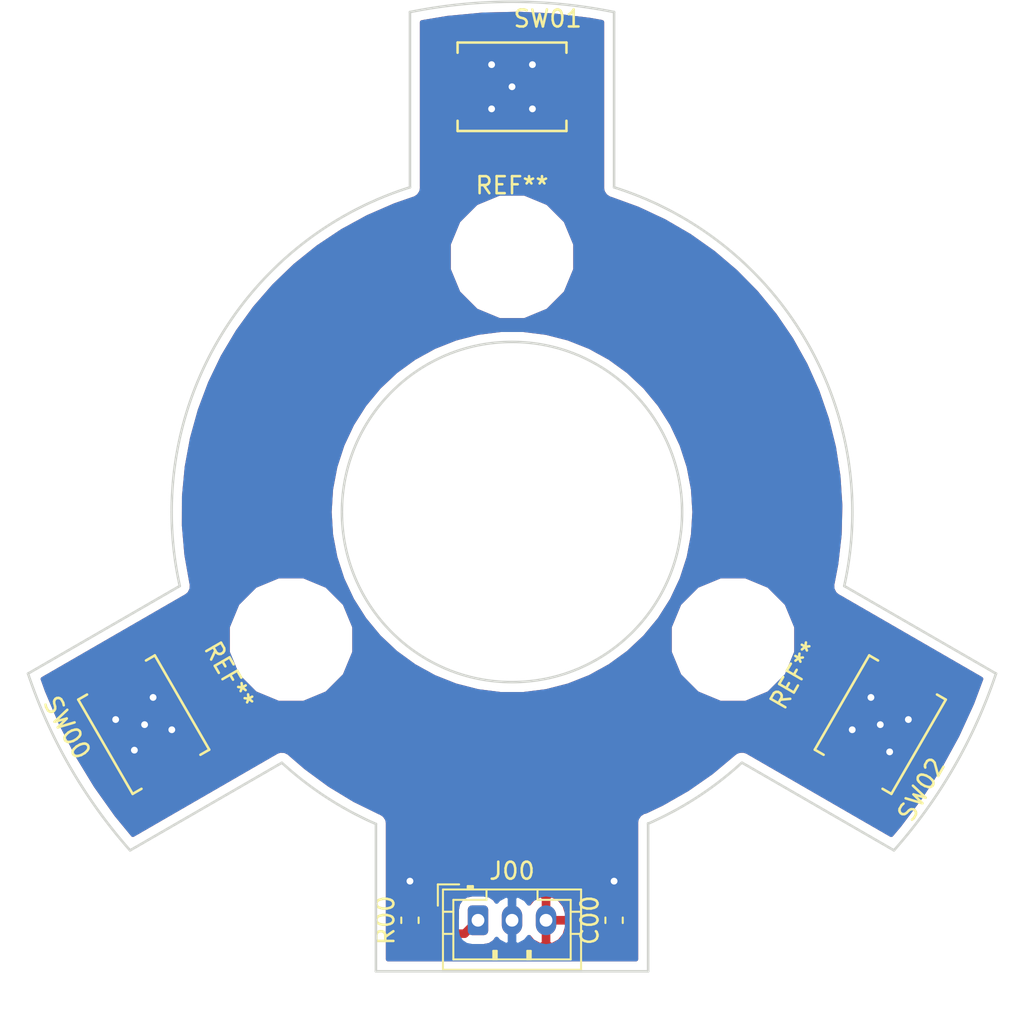
<source format=kicad_pcb>
(kicad_pcb (version 20171130) (host pcbnew "(5.0.1-3-g963ef8bb5)")

  (general
    (thickness 1.6)
    (drawings 23)
    (tracks 47)
    (zones 0)
    (modules 9)
    (nets 4)
  )

  (page A4)
  (layers
    (0 F.Cu signal)
    (31 B.Cu signal)
    (32 B.Adhes user)
    (33 F.Adhes user)
    (34 B.Paste user)
    (35 F.Paste user)
    (36 B.SilkS user)
    (37 F.SilkS user)
    (38 B.Mask user)
    (39 F.Mask user)
    (40 Dwgs.User user)
    (41 Cmts.User user)
    (42 Eco1.User user)
    (43 Eco2.User user)
    (44 Edge.Cuts user)
    (45 Margin user)
    (46 B.CrtYd user)
    (47 F.CrtYd user)
    (48 B.Fab user)
    (49 F.Fab user)
  )

  (setup
    (last_trace_width 0.5)
    (trace_clearance 0.2)
    (zone_clearance 0.508)
    (zone_45_only no)
    (trace_min 0.2)
    (segment_width 0.2)
    (edge_width 0.15)
    (via_size 0.8)
    (via_drill 0.4)
    (via_min_size 0.4)
    (via_min_drill 0.3)
    (uvia_size 0.3)
    (uvia_drill 0.1)
    (uvias_allowed no)
    (uvia_min_size 0.2)
    (uvia_min_drill 0.1)
    (pcb_text_width 0.3)
    (pcb_text_size 1.5 1.5)
    (mod_edge_width 0.15)
    (mod_text_size 1 1)
    (mod_text_width 0.15)
    (pad_size 3.2 3.2)
    (pad_drill 3.2)
    (pad_to_mask_clearance 0.051)
    (solder_mask_min_width 0.25)
    (aux_axis_origin 0 0)
    (visible_elements FFFFFF7F)
    (pcbplotparams
      (layerselection 0x010fc_ffffffff)
      (usegerberextensions false)
      (usegerberattributes false)
      (usegerberadvancedattributes false)
      (creategerberjobfile false)
      (excludeedgelayer true)
      (linewidth 0.100000)
      (plotframeref false)
      (viasonmask false)
      (mode 1)
      (useauxorigin false)
      (hpglpennumber 1)
      (hpglpenspeed 20)
      (hpglpendiameter 15.000000)
      (psnegative false)
      (psa4output false)
      (plotreference true)
      (plotvalue true)
      (plotinvisibletext false)
      (padsonsilk false)
      (subtractmaskfromsilk false)
      (outputformat 1)
      (mirror false)
      (drillshape 1)
      (scaleselection 1)
      (outputdirectory ""))
  )

  (net 0 "")
  (net 1 GND)
  (net 2 +5V)
  (net 3 "Net-(C00-Pad2)")

  (net_class Default "This is the default net class."
    (clearance 0.2)
    (trace_width 0.5)
    (via_dia 0.8)
    (via_drill 0.4)
    (uvia_dia 0.3)
    (uvia_drill 0.1)
    (add_net +5V)
    (add_net GND)
    (add_net "Net-(C00-Pad2)")
  )

  (module MountingHole:MountingHole_3.2mm_M3 (layer F.Cu) (tedit 5CED4204) (tstamp 5CF9A0B6)
    (at 112.990381 107.5 240)
    (descr "Mounting Hole 3.2mm, no annular, M3")
    (tags "mounting hole 3.2mm no annular m3")
    (attr virtual)
    (fp_text reference REF** (at 0 -4.2 240) (layer F.SilkS)
      (effects (font (size 1 1) (thickness 0.15)))
    )
    (fp_text value MountingHole_3.2mm_M3 (at 0 4.2 240) (layer F.Fab)
      (effects (font (size 1 1) (thickness 0.15)))
    )
    (fp_text user %R (at 0.3 0 240) (layer F.Fab)
      (effects (font (size 1 1) (thickness 0.15)))
    )
    (fp_circle (center 0 0) (end 3.2 0) (layer Cmts.User) (width 0.15))
    (fp_circle (center 0 0) (end 3.45 0) (layer F.CrtYd) (width 0.05))
    (pad "" np_thru_hole circle (at 0 0 240) (size 3.2 3.2) (drill 3.2) (layers *.Cu *.Mask)
      (clearance 2))
  )

  (module MountingHole:MountingHole_3.2mm_M3 (layer F.Cu) (tedit 5CED4204) (tstamp 5CF9A0AF)
    (at 87.009619 107.5 120)
    (descr "Mounting Hole 3.2mm, no annular, M3")
    (tags "mounting hole 3.2mm no annular m3")
    (attr virtual)
    (fp_text reference REF** (at 0 -4.2 120) (layer F.SilkS)
      (effects (font (size 1 1) (thickness 0.15)))
    )
    (fp_text value MountingHole_3.2mm_M3 (at 0 4.2 120) (layer F.Fab)
      (effects (font (size 1 1) (thickness 0.15)))
    )
    (fp_text user %R (at 0.3 0 120) (layer F.Fab)
      (effects (font (size 1 1) (thickness 0.15)))
    )
    (fp_circle (center 0 0) (end 3.2 0) (layer Cmts.User) (width 0.15))
    (fp_circle (center 0 0) (end 3.45 0) (layer F.CrtYd) (width 0.05))
    (pad "" np_thru_hole circle (at 0 0 120) (size 3.2 3.2) (drill 3.2) (layers *.Cu *.Mask)
      (clearance 2))
  )

  (module Capacitor_SMD:C_0603_1608Metric (layer F.Cu) (tedit 5B301BBE) (tstamp 5CF98672)
    (at 106 124 90)
    (descr "Capacitor SMD 0603 (1608 Metric), square (rectangular) end terminal, IPC_7351 nominal, (Body size source: http://www.tortai-tech.com/upload/download/2011102023233369053.pdf), generated with kicad-footprint-generator")
    (tags capacitor)
    (path /5CED328E)
    (attr smd)
    (fp_text reference C00 (at 0 -1.43 90) (layer F.SilkS)
      (effects (font (size 1 1) (thickness 0.15)))
    )
    (fp_text value 1uF (at 0 1.43 90) (layer F.Fab)
      (effects (font (size 1 1) (thickness 0.15)))
    )
    (fp_line (start -0.8 0.4) (end -0.8 -0.4) (layer F.Fab) (width 0.1))
    (fp_line (start -0.8 -0.4) (end 0.8 -0.4) (layer F.Fab) (width 0.1))
    (fp_line (start 0.8 -0.4) (end 0.8 0.4) (layer F.Fab) (width 0.1))
    (fp_line (start 0.8 0.4) (end -0.8 0.4) (layer F.Fab) (width 0.1))
    (fp_line (start -0.162779 -0.51) (end 0.162779 -0.51) (layer F.SilkS) (width 0.12))
    (fp_line (start -0.162779 0.51) (end 0.162779 0.51) (layer F.SilkS) (width 0.12))
    (fp_line (start -1.48 0.73) (end -1.48 -0.73) (layer F.CrtYd) (width 0.05))
    (fp_line (start -1.48 -0.73) (end 1.48 -0.73) (layer F.CrtYd) (width 0.05))
    (fp_line (start 1.48 -0.73) (end 1.48 0.73) (layer F.CrtYd) (width 0.05))
    (fp_line (start 1.48 0.73) (end -1.48 0.73) (layer F.CrtYd) (width 0.05))
    (fp_text user %R (at 0 0 90) (layer F.Fab)
      (effects (font (size 0.4 0.4) (thickness 0.06)))
    )
    (pad 1 smd roundrect (at -0.7875 0 90) (size 0.875 0.95) (layers F.Cu F.Paste F.Mask) (roundrect_rratio 0.25)
      (net 1 GND))
    (pad 2 smd roundrect (at 0.7875 0 90) (size 0.875 0.95) (layers F.Cu F.Paste F.Mask) (roundrect_rratio 0.25)
      (net 3 "Net-(C00-Pad2)"))
    (model ${KISYS3DMOD}/Capacitor_SMD.3dshapes/C_0603_1608Metric.wrl
      (at (xyz 0 0 0))
      (scale (xyz 1 1 1))
      (rotate (xyz 0 0 0))
    )
  )

  (module Connector_JST:JST_PH_B3B-PH-K_1x03_P2.00mm_Vertical (layer F.Cu) (tedit 5B7745C2) (tstamp 5CF997F7)
    (at 98 124)
    (descr "JST PH series connector, B3B-PH-K (http://www.jst-mfg.com/product/pdf/eng/ePH.pdf), generated with kicad-footprint-generator")
    (tags "connector JST PH side entry")
    (path /5CED5A9B)
    (fp_text reference J00 (at 2 -2.9) (layer F.SilkS)
      (effects (font (size 1 1) (thickness 0.15)))
    )
    (fp_text value Conn_01x03 (at 2 4) (layer F.Fab)
      (effects (font (size 1 1) (thickness 0.15)))
    )
    (fp_line (start -2.06 -1.81) (end -2.06 2.91) (layer F.SilkS) (width 0.12))
    (fp_line (start -2.06 2.91) (end 6.06 2.91) (layer F.SilkS) (width 0.12))
    (fp_line (start 6.06 2.91) (end 6.06 -1.81) (layer F.SilkS) (width 0.12))
    (fp_line (start 6.06 -1.81) (end -2.06 -1.81) (layer F.SilkS) (width 0.12))
    (fp_line (start -0.3 -1.81) (end -0.3 -2.01) (layer F.SilkS) (width 0.12))
    (fp_line (start -0.3 -2.01) (end -0.6 -2.01) (layer F.SilkS) (width 0.12))
    (fp_line (start -0.6 -2.01) (end -0.6 -1.81) (layer F.SilkS) (width 0.12))
    (fp_line (start -0.3 -1.91) (end -0.6 -1.91) (layer F.SilkS) (width 0.12))
    (fp_line (start 0.5 -1.81) (end 0.5 -1.2) (layer F.SilkS) (width 0.12))
    (fp_line (start 0.5 -1.2) (end -1.45 -1.2) (layer F.SilkS) (width 0.12))
    (fp_line (start -1.45 -1.2) (end -1.45 2.3) (layer F.SilkS) (width 0.12))
    (fp_line (start -1.45 2.3) (end 5.45 2.3) (layer F.SilkS) (width 0.12))
    (fp_line (start 5.45 2.3) (end 5.45 -1.2) (layer F.SilkS) (width 0.12))
    (fp_line (start 5.45 -1.2) (end 3.5 -1.2) (layer F.SilkS) (width 0.12))
    (fp_line (start 3.5 -1.2) (end 3.5 -1.81) (layer F.SilkS) (width 0.12))
    (fp_line (start -2.06 -0.5) (end -1.45 -0.5) (layer F.SilkS) (width 0.12))
    (fp_line (start -2.06 0.8) (end -1.45 0.8) (layer F.SilkS) (width 0.12))
    (fp_line (start 6.06 -0.5) (end 5.45 -0.5) (layer F.SilkS) (width 0.12))
    (fp_line (start 6.06 0.8) (end 5.45 0.8) (layer F.SilkS) (width 0.12))
    (fp_line (start 0.9 2.3) (end 0.9 1.8) (layer F.SilkS) (width 0.12))
    (fp_line (start 0.9 1.8) (end 1.1 1.8) (layer F.SilkS) (width 0.12))
    (fp_line (start 1.1 1.8) (end 1.1 2.3) (layer F.SilkS) (width 0.12))
    (fp_line (start 1 2.3) (end 1 1.8) (layer F.SilkS) (width 0.12))
    (fp_line (start 2.9 2.3) (end 2.9 1.8) (layer F.SilkS) (width 0.12))
    (fp_line (start 2.9 1.8) (end 3.1 1.8) (layer F.SilkS) (width 0.12))
    (fp_line (start 3.1 1.8) (end 3.1 2.3) (layer F.SilkS) (width 0.12))
    (fp_line (start 3 2.3) (end 3 1.8) (layer F.SilkS) (width 0.12))
    (fp_line (start -1.11 -2.11) (end -2.36 -2.11) (layer F.SilkS) (width 0.12))
    (fp_line (start -2.36 -2.11) (end -2.36 -0.86) (layer F.SilkS) (width 0.12))
    (fp_line (start -1.11 -2.11) (end -2.36 -2.11) (layer F.Fab) (width 0.1))
    (fp_line (start -2.36 -2.11) (end -2.36 -0.86) (layer F.Fab) (width 0.1))
    (fp_line (start -1.95 -1.7) (end -1.95 2.8) (layer F.Fab) (width 0.1))
    (fp_line (start -1.95 2.8) (end 5.95 2.8) (layer F.Fab) (width 0.1))
    (fp_line (start 5.95 2.8) (end 5.95 -1.7) (layer F.Fab) (width 0.1))
    (fp_line (start 5.95 -1.7) (end -1.95 -1.7) (layer F.Fab) (width 0.1))
    (fp_line (start -2.45 -2.2) (end -2.45 3.3) (layer F.CrtYd) (width 0.05))
    (fp_line (start -2.45 3.3) (end 6.45 3.3) (layer F.CrtYd) (width 0.05))
    (fp_line (start 6.45 3.3) (end 6.45 -2.2) (layer F.CrtYd) (width 0.05))
    (fp_line (start 6.45 -2.2) (end -2.45 -2.2) (layer F.CrtYd) (width 0.05))
    (fp_text user %R (at 2 1.5) (layer F.Fab)
      (effects (font (size 1 1) (thickness 0.15)))
    )
    (pad 1 thru_hole roundrect (at 0 0) (size 1.2 1.75) (drill 0.75) (layers *.Cu *.Mask) (roundrect_rratio 0.208333)
      (net 2 +5V))
    (pad 2 thru_hole oval (at 2 0) (size 1.2 1.75) (drill 0.75) (layers *.Cu *.Mask)
      (net 3 "Net-(C00-Pad2)"))
    (pad 3 thru_hole oval (at 4 0) (size 1.2 1.75) (drill 0.75) (layers *.Cu *.Mask)
      (net 1 GND))
    (model ${KISYS3DMOD}/Connector_JST.3dshapes/JST_PH_B3B-PH-K_1x03_P2.00mm_Vertical.wrl
      (at (xyz 0 0 0))
      (scale (xyz 1 1 1))
      (rotate (xyz 0 0 0))
    )
  )

  (module Resistor_SMD:R_0603_1608Metric (layer F.Cu) (tedit 5B301BBD) (tstamp 5CF99936)
    (at 94 124 90)
    (descr "Resistor SMD 0603 (1608 Metric), square (rectangular) end terminal, IPC_7351 nominal, (Body size source: http://www.tortai-tech.com/upload/download/2011102023233369053.pdf), generated with kicad-footprint-generator")
    (tags resistor)
    (path /5CED30DB)
    (attr smd)
    (fp_text reference R00 (at 0 -1.43 90) (layer F.SilkS)
      (effects (font (size 1 1) (thickness 0.15)))
    )
    (fp_text value 10K (at 0 1.43 90) (layer F.Fab)
      (effects (font (size 1 1) (thickness 0.15)))
    )
    (fp_line (start -0.8 0.4) (end -0.8 -0.4) (layer F.Fab) (width 0.1))
    (fp_line (start -0.8 -0.4) (end 0.8 -0.4) (layer F.Fab) (width 0.1))
    (fp_line (start 0.8 -0.4) (end 0.8 0.4) (layer F.Fab) (width 0.1))
    (fp_line (start 0.8 0.4) (end -0.8 0.4) (layer F.Fab) (width 0.1))
    (fp_line (start -0.162779 -0.51) (end 0.162779 -0.51) (layer F.SilkS) (width 0.12))
    (fp_line (start -0.162779 0.51) (end 0.162779 0.51) (layer F.SilkS) (width 0.12))
    (fp_line (start -1.48 0.73) (end -1.48 -0.73) (layer F.CrtYd) (width 0.05))
    (fp_line (start -1.48 -0.73) (end 1.48 -0.73) (layer F.CrtYd) (width 0.05))
    (fp_line (start 1.48 -0.73) (end 1.48 0.73) (layer F.CrtYd) (width 0.05))
    (fp_line (start 1.48 0.73) (end -1.48 0.73) (layer F.CrtYd) (width 0.05))
    (fp_text user %R (at 0 0 90) (layer F.Fab)
      (effects (font (size 0.4 0.4) (thickness 0.06)))
    )
    (pad 1 smd roundrect (at -0.7875 0 90) (size 0.875 0.95) (layers F.Cu F.Paste F.Mask) (roundrect_rratio 0.25)
      (net 2 +5V))
    (pad 2 smd roundrect (at 0.7875 0 90) (size 0.875 0.95) (layers F.Cu F.Paste F.Mask) (roundrect_rratio 0.25)
      (net 3 "Net-(C00-Pad2)"))
    (model ${KISYS3DMOD}/Resistor_SMD.3dshapes/R_0603_1608Metric.wrl
      (at (xyz 0 0 0))
      (scale (xyz 1 1 1))
      (rotate (xyz 0 0 0))
    )
  )

  (module _switch:RAFI_MICON5_SMD (layer F.Cu) (tedit 5CED088E) (tstamp 5CF986CB)
    (at 78.35 112.5 120)
    (descr http://www.farnell.com/datasheets/1702832.pdf?_ga=2.4497972.646706983.1559033274-307862962.1549974152)
    (tags "switch, NO, SPST")
    (path /5CED2A51)
    (fp_text reference SW00 (at 2.1 -4 120) (layer F.SilkS)
      (effects (font (size 1 1) (thickness 0.15)))
    )
    (fp_text value SPST (at 0 4.1 120) (layer F.Fab)
      (effects (font (size 1 1) (thickness 0.15)))
    )
    (fp_line (start -3.2 2.6) (end -3.2 2) (layer F.SilkS) (width 0.15))
    (fp_line (start 3.2 2.6) (end -3.2 2.6) (layer F.SilkS) (width 0.15))
    (fp_line (start 3.2 2) (end 3.2 2.6) (layer F.SilkS) (width 0.15))
    (fp_line (start 3.2 -2.6) (end 3.2 -2) (layer F.SilkS) (width 0.15))
    (fp_line (start -3.2 -2.6) (end 3.2 -2.6) (layer F.SilkS) (width 0.15))
    (fp_line (start -3.2 -2) (end -3.2 -2.6) (layer F.SilkS) (width 0.15))
    (fp_circle (center 0 0) (end 0 -1.2) (layer F.Fab) (width 0.15))
    (fp_line (start -3.9 3) (end -3.9 -3) (layer F.CrtYd) (width 0.15))
    (fp_line (start 3.9 3) (end -3.9 3) (layer F.CrtYd) (width 0.15))
    (fp_line (start 3.9 -3) (end 3.9 3) (layer F.CrtYd) (width 0.15))
    (fp_line (start -3.9 -3) (end 3.9 -3) (layer F.CrtYd) (width 0.15))
    (fp_line (start -3.2 2.55) (end -3.2 -2.55) (layer F.Fab) (width 0.15))
    (fp_line (start 3.2 2.55) (end -3.2 2.55) (layer F.Fab) (width 0.15))
    (fp_line (start 3.2 -2.55) (end 3.2 2.55) (layer F.Fab) (width 0.15))
    (fp_line (start -3.2 -2.55) (end 3.2 -2.55) (layer F.Fab) (width 0.15))
    (pad 2 smd rect (at 2.9 -1.27 120) (size 1.6 0.55) (layers F.Cu F.Paste F.Mask)
      (net 1 GND))
    (pad 2 smd rect (at 2.9 1.27 120) (size 1.6 0.55) (layers F.Cu F.Paste F.Mask)
      (net 1 GND))
    (pad 2 smd rect (at -2.9 1.27 120) (size 1.6 0.55) (layers F.Cu F.Paste F.Mask)
      (net 1 GND))
    (pad 2 smd rect (at -2.9 -1.27 120) (size 1.6 0.55) (layers F.Cu F.Paste F.Mask)
      (net 1 GND))
    (pad 1 smd rect (at -2.9 0 120) (size 1.6 0.55) (layers F.Cu F.Paste F.Mask)
      (net 3 "Net-(C00-Pad2)"))
    (pad 1 smd rect (at 2.9 0 120) (size 1.6 0.55) (layers F.Cu F.Paste F.Mask)
      (net 3 "Net-(C00-Pad2)"))
  )

  (module _switch:RAFI_MICON5_SMD (layer F.Cu) (tedit 5CED088E) (tstamp 5CF9887B)
    (at 100 75)
    (descr http://www.farnell.com/datasheets/1702832.pdf?_ga=2.4497972.646706983.1559033274-307862962.1549974152)
    (tags "switch, NO, SPST")
    (path /5CED2B21)
    (fp_text reference SW01 (at 2.1 -4) (layer F.SilkS)
      (effects (font (size 1 1) (thickness 0.15)))
    )
    (fp_text value SPST (at 0 4.1) (layer F.Fab)
      (effects (font (size 1 1) (thickness 0.15)))
    )
    (fp_line (start -3.2 2.6) (end -3.2 2) (layer F.SilkS) (width 0.15))
    (fp_line (start 3.2 2.6) (end -3.2 2.6) (layer F.SilkS) (width 0.15))
    (fp_line (start 3.2 2) (end 3.2 2.6) (layer F.SilkS) (width 0.15))
    (fp_line (start 3.2 -2.6) (end 3.2 -2) (layer F.SilkS) (width 0.15))
    (fp_line (start -3.2 -2.6) (end 3.2 -2.6) (layer F.SilkS) (width 0.15))
    (fp_line (start -3.2 -2) (end -3.2 -2.6) (layer F.SilkS) (width 0.15))
    (fp_circle (center 0 0) (end 0 -1.2) (layer F.Fab) (width 0.15))
    (fp_line (start -3.9 3) (end -3.9 -3) (layer F.CrtYd) (width 0.15))
    (fp_line (start 3.9 3) (end -3.9 3) (layer F.CrtYd) (width 0.15))
    (fp_line (start 3.9 -3) (end 3.9 3) (layer F.CrtYd) (width 0.15))
    (fp_line (start -3.9 -3) (end 3.9 -3) (layer F.CrtYd) (width 0.15))
    (fp_line (start -3.2 2.55) (end -3.2 -2.55) (layer F.Fab) (width 0.15))
    (fp_line (start 3.2 2.55) (end -3.2 2.55) (layer F.Fab) (width 0.15))
    (fp_line (start 3.2 -2.55) (end 3.2 2.55) (layer F.Fab) (width 0.15))
    (fp_line (start -3.2 -2.55) (end 3.2 -2.55) (layer F.Fab) (width 0.15))
    (pad 2 smd rect (at 2.9 -1.27) (size 1.6 0.55) (layers F.Cu F.Paste F.Mask)
      (net 1 GND))
    (pad 2 smd rect (at 2.9 1.27) (size 1.6 0.55) (layers F.Cu F.Paste F.Mask)
      (net 1 GND))
    (pad 2 smd rect (at -2.9 1.27) (size 1.6 0.55) (layers F.Cu F.Paste F.Mask)
      (net 1 GND))
    (pad 2 smd rect (at -2.9 -1.27) (size 1.6 0.55) (layers F.Cu F.Paste F.Mask)
      (net 1 GND))
    (pad 1 smd rect (at -2.9 0) (size 1.6 0.55) (layers F.Cu F.Paste F.Mask)
      (net 3 "Net-(C00-Pad2)"))
    (pad 1 smd rect (at 2.9 0) (size 1.6 0.55) (layers F.Cu F.Paste F.Mask)
      (net 3 "Net-(C00-Pad2)"))
  )

  (module _switch:RAFI_MICON5_SMD (layer F.Cu) (tedit 5CED088E) (tstamp 5CF986FD)
    (at 121.65 112.5 240)
    (descr http://www.farnell.com/datasheets/1702832.pdf?_ga=2.4497972.646706983.1559033274-307862962.1549974152)
    (tags "switch, NO, SPST")
    (path /5CED2B48)
    (fp_text reference SW02 (at 2.1 -4 240) (layer F.SilkS)
      (effects (font (size 1 1) (thickness 0.15)))
    )
    (fp_text value SPST (at 0 4.1 240) (layer F.Fab)
      (effects (font (size 1 1) (thickness 0.15)))
    )
    (fp_line (start -3.2 -2.55) (end 3.2 -2.55) (layer F.Fab) (width 0.15))
    (fp_line (start 3.2 -2.55) (end 3.2 2.55) (layer F.Fab) (width 0.15))
    (fp_line (start 3.2 2.55) (end -3.2 2.55) (layer F.Fab) (width 0.15))
    (fp_line (start -3.2 2.55) (end -3.2 -2.55) (layer F.Fab) (width 0.15))
    (fp_line (start -3.9 -3) (end 3.9 -3) (layer F.CrtYd) (width 0.15))
    (fp_line (start 3.9 -3) (end 3.9 3) (layer F.CrtYd) (width 0.15))
    (fp_line (start 3.9 3) (end -3.9 3) (layer F.CrtYd) (width 0.15))
    (fp_line (start -3.9 3) (end -3.9 -3) (layer F.CrtYd) (width 0.15))
    (fp_circle (center 0 0) (end 0 -1.2) (layer F.Fab) (width 0.15))
    (fp_line (start -3.2 -2) (end -3.2 -2.6) (layer F.SilkS) (width 0.15))
    (fp_line (start -3.2 -2.6) (end 3.2 -2.6) (layer F.SilkS) (width 0.15))
    (fp_line (start 3.2 -2.6) (end 3.2 -2) (layer F.SilkS) (width 0.15))
    (fp_line (start 3.2 2) (end 3.2 2.6) (layer F.SilkS) (width 0.15))
    (fp_line (start 3.2 2.6) (end -3.2 2.6) (layer F.SilkS) (width 0.15))
    (fp_line (start -3.2 2.6) (end -3.2 2) (layer F.SilkS) (width 0.15))
    (pad 1 smd rect (at 2.9 0 240) (size 1.6 0.55) (layers F.Cu F.Paste F.Mask)
      (net 3 "Net-(C00-Pad2)"))
    (pad 1 smd rect (at -2.9 0 240) (size 1.6 0.55) (layers F.Cu F.Paste F.Mask)
      (net 3 "Net-(C00-Pad2)"))
    (pad 2 smd rect (at -2.9 -1.27 240) (size 1.6 0.55) (layers F.Cu F.Paste F.Mask)
      (net 1 GND))
    (pad 2 smd rect (at -2.9 1.27 240) (size 1.6 0.55) (layers F.Cu F.Paste F.Mask)
      (net 1 GND))
    (pad 2 smd rect (at 2.9 1.27 240) (size 1.6 0.55) (layers F.Cu F.Paste F.Mask)
      (net 1 GND))
    (pad 2 smd rect (at 2.9 -1.27 240) (size 1.6 0.55) (layers F.Cu F.Paste F.Mask)
      (net 1 GND))
  )

  (module MountingHole:MountingHole_3.2mm_M3 (layer F.Cu) (tedit 5CED4204) (tstamp 5CF98BF9)
    (at 100 85)
    (descr "Mounting Hole 3.2mm, no annular, M3")
    (tags "mounting hole 3.2mm no annular m3")
    (attr virtual)
    (fp_text reference REF** (at 0 -4.2) (layer F.SilkS)
      (effects (font (size 1 1) (thickness 0.15)))
    )
    (fp_text value MountingHole_3.2mm_M3 (at 0 4.2) (layer F.Fab)
      (effects (font (size 1 1) (thickness 0.15)))
    )
    (fp_circle (center 0 0) (end 3.45 0) (layer F.CrtYd) (width 0.05))
    (fp_circle (center 0 0) (end 3.2 0) (layer Cmts.User) (width 0.15))
    (fp_text user %R (at 0.3 0) (layer F.Fab)
      (effects (font (size 1 1) (thickness 0.15)))
    )
    (pad "" np_thru_hole circle (at 0 0) (size 3.2 3.2) (drill 3.2) (layers *.Cu *.Mask)
      (clearance 2))
  )

  (gr_circle (center 112.990381 107.5) (end 112.190381 108.885641) (layer F.Fab) (width 0.2) (tstamp 5CF9A0BE))
  (gr_circle (center 87.009619 107.5) (end 86.209619 106.114359) (layer F.Fab) (width 0.2) (tstamp 5CF9A0BD))
  (gr_line (start 92 118.34) (end 92 127) (layer Edge.Cuts) (width 0.15))
  (gr_line (start 92 127) (end 108 127) (layer Edge.Cuts) (width 0.15))
  (gr_arc (start 100 100) (end 107.999999 118.319999) (angle -18.92746835) (layer Edge.Cuts) (width 0.15))
  (gr_arc (start 100 100) (end 86.470001 114.739999) (angle -18.98207597) (layer Edge.Cuts) (width 0.15))
  (gr_line (start 108 118.3) (end 108 127) (layer Edge.Cuts) (width 0.15))
  (gr_arc (start 100 100) (end 94.00221 80.911525) (angle -85.10879255) (layer Edge.Cuts) (width 0.15) (tstamp 5CF995B4))
  (gr_arc (start 100 100) (end 119.529999 104.349999) (angle -85.10879255) (layer Edge.Cuts) (width 0.15))
  (gr_arc (start 100 100) (end 122.452486 119.891151) (angle -23.07688018) (layer Edge.Cuts) (width 0.15) (tstamp 5CF995B0))
  (gr_arc (start 100 100) (end 71.547515 109.498848) (angle -23.07688018) (layer Edge.Cuts) (width 0.15) (tstamp 5CF995AF))
  (gr_line (start 128.452487 109.498848) (end 119.532425 104.348848) (layer Edge.Cuts) (width 0.15) (tstamp 5CF995AE))
  (gr_line (start 77.547513 119.891152) (end 86.467575 114.741152) (layer Edge.Cuts) (width 0.15) (tstamp 5CF995AD))
  (gr_line (start 122.452487 119.891152) (end 113.532425 114.741152) (layer Edge.Cuts) (width 0.15) (tstamp 5CF995AC))
  (gr_line (start 71.547513 109.498848) (end 80.467575 104.348848) (layer Edge.Cuts) (width 0.15) (tstamp 5CF995AB))
  (gr_arc (start 100 100) (end 105.999999 70.610001) (angle -23.07688018) (layer Edge.Cuts) (width 0.15))
  (gr_line (start 106 70.61) (end 106 80.91) (layer Edge.Cuts) (width 0.15))
  (gr_line (start 94 70.61) (end 94 80.91) (layer Edge.Cuts) (width 0.15))
  (gr_circle (center 100 100) (end 130 100) (layer F.Fab) (width 0.2))
  (gr_circle (center 100 100) (end 120 100) (layer F.Fab) (width 0.2))
  (gr_circle (center 100 85) (end 101.6 85) (layer F.Fab) (width 0.2))
  (gr_circle (center 100 100) (end 125 100) (layer F.Fab) (width 0.2))
  (gr_circle (center 100 100) (end 110 100) (layer Edge.Cuts) (width 0.15))

  (segment (start 94 124.7875) (end 97.2125 124.7875) (width 0.5) (layer F.Cu) (net 2))
  (segment (start 97.2125 124.7875) (end 98 124) (width 0.5) (layer F.Cu) (net 2))
  (segment (start 100 123.6) (end 100 125) (width 0.25) (layer F.Cu) (net 3))
  (via (at 100 75) (size 0.8) (drill 0.4) (layers F.Cu B.Cu) (net 3))
  (via (at 121.65 112.5) (size 0.8) (drill 0.4) (layers F.Cu B.Cu) (net 3))
  (via (at 94 121.7) (size 0.8) (drill 0.4) (layers F.Cu B.Cu) (net 3))
  (via (at 106 121.7) (size 0.8) (drill 0.4) (layers F.Cu B.Cu) (net 3))
  (segment (start 106 123.2125) (end 106 121.7) (width 0.5) (layer F.Cu) (net 3))
  (via (at 123.3 112.2) (size 0.8) (drill 0.4) (layers F.Cu B.Cu) (net 3))
  (segment (start 122.2 111.547371) (end 123.3 112.2) (width 0.5) (layer F.Cu) (net 3))
  (segment (start 123.1 109.988526) (end 122.2 111.547371) (width 0.5) (layer F.Cu) (net 3))
  (segment (start 122.2 111.547371) (end 121.65 112.5) (width 0.5) (layer F.Cu) (net 3))
  (segment (start 121.07265 113.5) (end 122.2 114.1) (width 0.5) (layer F.Cu) (net 3))
  (via (at 122.2 114.1) (size 0.8) (drill 0.4) (layers F.Cu B.Cu) (net 3))
  (segment (start 120.2 115.011474) (end 121.07265 113.5) (width 0.5) (layer F.Cu) (net 3))
  (segment (start 121.07265 113.5) (end 121.65 112.5) (width 0.5) (layer F.Cu) (net 3))
  (via (at 121.1 110.9) (size 0.8) (drill 0.4) (layers F.Cu B.Cu) (net 3))
  (segment (start 122.2 111.547371) (end 121.1 110.9) (width 0.5) (layer F.Cu) (net 3))
  (via (at 78.4 112.5) (size 0.8) (drill 0.4) (layers F.Cu B.Cu) (net 3))
  (via (at 80 112.8) (size 0.8) (drill 0.4) (layers F.Cu B.Cu) (net 3))
  (segment (start 78.9 113.396955) (end 80 112.8) (width 0.5) (layer F.Cu) (net 3))
  (segment (start 79.8 115.011474) (end 78.9 113.396955) (width 0.5) (layer F.Cu) (net 3))
  (segment (start 78.9 113.396955) (end 78.4 112.5) (width 0.5) (layer F.Cu) (net 3))
  (via (at 77.8 114) (size 0.8) (drill 0.4) (layers F.Cu B.Cu) (net 3))
  (segment (start 78.9 113.396955) (end 77.8 114) (width 0.5) (layer F.Cu) (net 3))
  (segment (start 77.802741 111.5) (end 78.9 110.9) (width 0.5) (layer F.Cu) (net 3))
  (segment (start 76.9 109.988526) (end 77.802741 111.5) (width 0.5) (layer F.Cu) (net 3))
  (via (at 78.9 110.9) (size 0.8) (drill 0.4) (layers F.Cu B.Cu) (net 3))
  (segment (start 77.802741 111.5) (end 78.4 112.5) (width 0.5) (layer F.Cu) (net 3))
  (via (at 76.7 112.2) (size 0.8) (drill 0.4) (layers F.Cu B.Cu) (net 3))
  (segment (start 77.802741 111.5) (end 76.7 112.2) (width 0.5) (layer F.Cu) (net 3))
  (segment (start 99.6 75) (end 100 75) (width 0.5) (layer F.Cu) (net 3))
  (via (at 101.2 73.7) (size 0.8) (drill 0.4) (layers F.Cu B.Cu) (net 3))
  (segment (start 101.2 75) (end 101.2 73.7) (width 0.5) (layer F.Cu) (net 3))
  (segment (start 102.9 75) (end 101.2 75) (width 0.5) (layer F.Cu) (net 3))
  (segment (start 101.2 75) (end 99.6 75) (width 0.5) (layer F.Cu) (net 3))
  (via (at 101.2 76.3) (size 0.8) (drill 0.4) (layers F.Cu B.Cu) (net 3))
  (segment (start 101.2 75) (end 101.2 76.3) (width 0.5) (layer F.Cu) (net 3))
  (via (at 98.8 73.7) (size 0.8) (drill 0.4) (layers F.Cu B.Cu) (net 3))
  (segment (start 98.8 75) (end 98.8 73.7) (width 0.5) (layer F.Cu) (net 3))
  (segment (start 97.1 75) (end 98.8 75) (width 0.5) (layer F.Cu) (net 3))
  (segment (start 98.8 75) (end 99.6 75) (width 0.5) (layer F.Cu) (net 3))
  (via (at 98.8 76.3) (size 0.8) (drill 0.4) (layers F.Cu B.Cu) (net 3))
  (segment (start 98.8 75) (end 98.8 76.3) (width 0.5) (layer F.Cu) (net 3))
  (segment (start 94 123.2125) (end 94 121.7) (width 0.5) (layer F.Cu) (net 3))
  (via (at 120 112.8) (size 0.8) (drill 0.4) (layers F.Cu B.Cu) (net 3))
  (segment (start 121.07265 113.5) (end 120 112.8) (width 0.5) (layer F.Cu) (net 3))

  (zone (net 1) (net_name GND) (layer F.Cu) (tstamp 0) (hatch edge 0.508)
    (connect_pads (clearance 0.508))
    (min_thickness 0.254)
    (fill yes (arc_segments 16) (thermal_gap 0.508) (thermal_bridge_width 0.508))
    (polygon
      (pts
        (xy 94 70.65) (xy 95.83 70.37) (xy 97.97 70.15) (xy 99.54 70.09) (xy 101.37 70.11)
        (xy 103.1 70.27) (xy 104.28 70.41) (xy 105.95 70.73) (xy 105.94 80.95) (xy 106.75 81.25)
        (xy 108.38 81.92) (xy 109.32 82.4) (xy 110.55 83.09) (xy 111.55 83.77) (xy 112.74 84.67)
        (xy 114.21 86.02) (xy 115.8 87.78) (xy 117.45 90.39) (xy 118.56 92.74) (xy 119.4 95.46)
        (xy 119.84 98.05) (xy 119.95 99.82) (xy 119.84 101.98) (xy 119.68 103.18) (xy 119.46 104.34)
        (xy 122.29 106.03) (xy 124.88 107.53) (xy 128.41 109.53) (xy 127.88 111) (xy 127.27 112.4)
        (xy 126.6 113.71) (xy 125.82 115.2) (xy 125 116.47) (xy 124.33 117.41) (xy 123.7 118.26)
        (xy 122.45 119.86) (xy 113.53 114.69) (xy 112.15 115.82) (xy 110.9 116.7) (xy 109.68 117.46)
        (xy 108.09 118.25) (xy 107.95 118.28) (xy 108 127) (xy 107 127) (xy 105 127)
        (xy 102 127) (xy 99 127) (xy 97 127) (xy 95 127) (xy 93 127)
        (xy 92 127) (xy 92 118.3) (xy 89.16 116.75) (xy 87.45 115.52) (xy 86.49 114.7)
        (xy 77.54 119.86) (xy 74.98 116.48) (xy 74.23 115.29) (xy 73.32 113.68) (xy 72.71 112.31)
        (xy 71.59 109.47) (xy 80.51 104.35) (xy 80.12 102.02) (xy 80.02 100.06) (xy 80.12 98.08)
        (xy 80.64 95.15) (xy 81.47 92.55) (xy 82.59 90.26) (xy 83.88 88.24) (xy 85.68 86.07)
        (xy 87.93 84.11) (xy 89.44 83.07) (xy 92 81.7) (xy 94.03 80.95) (xy 94.02 70.64)
      )
    )
    (filled_polygon
      (pts
        (xy 102.481923 70.819613) (xy 104.566572 71.07231) (xy 105.29 71.203127) (xy 105.290001 80.920711) (xy 105.289888 80.939301)
        (xy 105.290001 80.94066) (xy 105.290001 80.979926) (xy 105.299788 81.029129) (xy 105.305932 81.064507) (xy 105.309433 81.077616)
        (xy 105.331196 81.187028) (xy 105.389736 81.274639) (xy 105.402576 81.296654) (xy 105.434766 81.342031) (xy 105.48812 81.421881)
        (xy 105.565915 81.473862) (xy 105.574077 81.480554) (xy 105.626301 81.516109) (xy 105.643482 81.525691) (xy 105.722973 81.578805)
        (xy 105.794576 81.593048) (xy 107.399893 82.177271) (xy 108.95495 82.905645) (xy 110.439087 83.769363) (xy 111.840564 84.761591)
        (xy 113.1483 85.874481) (xy 114.351924 87.099211) (xy 115.441911 88.426086) (xy 116.409634 89.844607) (xy 117.247422 91.343526)
        (xy 117.948655 92.911003) (xy 118.507767 94.534595) (xy 118.920341 96.201476) (xy 119.183104 97.898421) (xy 119.293977 99.611999)
        (xy 119.252083 101.32867) (xy 119.057196 103.039721) (xy 118.839212 104.182177) (xy 118.814709 104.254359) (xy 118.820244 104.3388)
        (xy 118.820038 104.342534) (xy 118.822185 104.405676) (xy 118.827383 104.447716) (xy 118.833183 104.536209) (xy 118.872086 104.615096)
        (xy 118.885986 104.648908) (xy 118.915107 104.704974) (xy 118.920833 104.713946) (xy 118.95811 104.789536) (xy 119.022925 104.846377)
        (xy 119.030568 104.854646) (xy 119.077405 104.897045) (xy 119.101096 104.914931) (xy 119.116868 104.928763) (xy 119.1277 104.935017)
        (xy 119.127826 104.935112) (xy 119.181432 104.968547) (xy 119.216725 104.986416) (xy 127.576846 109.813133) (xy 127.044446 111.236228)
        (xy 126.171867 113.14109) (xy 125.165338 114.978673) (xy 124.029993 116.739602) (xy 122.768821 118.41862) (xy 122.293824 118.97971)
        (xy 118.80176 116.963566) (xy 120.711122 116.963566) (xy 120.929897 117.089875) (xy 121.180354 117.122849) (xy 121.424365 117.057465)
        (xy 121.624781 116.903681) (xy 121.94506 116.348941) (xy 121.886954 116.132084) (xy 121.346337 115.819959) (xy 120.771712 116.815239)
        (xy 120.829819 117.032095) (xy 120.711122 116.963566) (xy 118.80176 116.963566) (xy 115.355969 114.974138) (xy 117.815937 114.974138)
        (xy 117.881319 115.21815) (xy 118.035103 115.418565) (xy 118.135181 115.476345) (xy 118.352038 115.418239) (xy 118.926663 114.422959)
        (xy 118.386046 114.110834) (xy 118.16919 114.168941) (xy 117.84891 114.723681) (xy 117.815937 114.974138) (xy 115.355969 114.974138)
        (xy 113.826867 114.091311) (xy 113.626914 114.023436) (xy 113.566325 114.027407) (xy 113.53881 114.025057) (xy 113.475633 114.025298)
        (xy 113.412727 114.031152) (xy 113.359282 114.040978) (xy 113.345064 114.04191) (xy 113.334852 114.046946) (xy 113.289716 114.059478)
        (xy 113.230586 114.081724) (xy 113.173666 114.109139) (xy 113.119409 114.141505) (xy 113.068244 114.178566) (xy 113.053844 114.190318)
        (xy 111.714782 115.31263) (xy 110.307203 116.293381) (xy 108.814031 117.147403) (xy 107.847493 117.606426) (xy 107.722972 117.631195)
        (xy 107.488119 117.78812) (xy 107.331195 118.022973) (xy 107.29 118.230075) (xy 107.290001 126.29) (xy 92.71 126.29)
        (xy 92.71 122.99375) (xy 92.87756 122.99375) (xy 92.87756 123.43125) (xy 92.943495 123.762727) (xy 93.102036 124)
        (xy 92.943495 124.237273) (xy 92.87756 124.56875) (xy 92.87756 125.00625) (xy 92.943495 125.337727) (xy 93.131261 125.618739)
        (xy 93.412273 125.806505) (xy 93.74375 125.87244) (xy 94.25625 125.87244) (xy 94.587727 125.806505) (xy 94.78828 125.6725)
        (xy 97.125339 125.6725) (xy 97.2125 125.689837) (xy 97.299661 125.6725) (xy 97.299665 125.6725) (xy 97.55781 125.621152)
        (xy 97.705542 125.52244) (xy 98.350001 125.52244) (xy 98.693436 125.454127) (xy 98.984586 125.259586) (xy 99.078573 125.118926)
        (xy 99.109616 125.165385) (xy 99.280755 125.279737) (xy 99.284097 125.296537) (xy 99.452072 125.547929) (xy 99.703464 125.715904)
        (xy 100 125.774889) (xy 100.296537 125.715904) (xy 100.547929 125.547929) (xy 100.715904 125.296537) (xy 100.719246 125.279737)
        (xy 100.890385 125.165385) (xy 101.009167 124.987615) (xy 101.216526 125.23808) (xy 101.644719 125.464592) (xy 101.682391 125.468462)
        (xy 101.873 125.343731) (xy 101.873 124.127) (xy 102.127 124.127) (xy 102.127 125.343731) (xy 102.317609 125.468462)
        (xy 102.355281 125.464592) (xy 102.783474 125.23808) (xy 102.919936 125.07325) (xy 104.89 125.07325) (xy 104.89 125.351309)
        (xy 104.986673 125.584698) (xy 105.165301 125.763327) (xy 105.39869 125.86) (xy 105.71425 125.86) (xy 105.873 125.70125)
        (xy 105.873 124.9145) (xy 106.127 124.9145) (xy 106.127 125.70125) (xy 106.28575 125.86) (xy 106.60131 125.86)
        (xy 106.834699 125.763327) (xy 107.013327 125.584698) (xy 107.11 125.351309) (xy 107.11 125.07325) (xy 106.95125 124.9145)
        (xy 106.127 124.9145) (xy 105.873 124.9145) (xy 105.04875 124.9145) (xy 104.89 125.07325) (xy 102.919936 125.07325)
        (xy 103.09239 124.864947) (xy 103.235 124.402) (xy 103.235 124.127) (xy 102.127 124.127) (xy 101.873 124.127)
        (xy 101.853 124.127) (xy 101.853 123.873) (xy 101.873 123.873) (xy 101.873 122.656269) (xy 102.127 122.656269)
        (xy 102.127 123.873) (xy 103.235 123.873) (xy 103.235 123.598) (xy 103.09239 123.135053) (xy 102.975406 122.99375)
        (xy 104.87756 122.99375) (xy 104.87756 123.43125) (xy 104.943495 123.762727) (xy 105.051943 123.925031) (xy 104.986673 123.990302)
        (xy 104.89 124.223691) (xy 104.89 124.50175) (xy 105.04875 124.6605) (xy 105.873 124.6605) (xy 105.873 124.6405)
        (xy 106.127 124.6405) (xy 106.127 124.6605) (xy 106.95125 124.6605) (xy 107.11 124.50175) (xy 107.11 124.223691)
        (xy 107.013327 123.990302) (xy 106.948057 123.925031) (xy 107.056505 123.762727) (xy 107.12244 123.43125) (xy 107.12244 122.99375)
        (xy 107.056505 122.662273) (xy 106.885 122.405597) (xy 106.885 122.268007) (xy 107.035 121.905874) (xy 107.035 121.494126)
        (xy 106.877431 121.11372) (xy 106.58628 120.822569) (xy 106.205874 120.665) (xy 105.794126 120.665) (xy 105.41372 120.822569)
        (xy 105.122569 121.11372) (xy 104.965 121.494126) (xy 104.965 121.905874) (xy 105.115001 122.268008) (xy 105.115001 122.405597)
        (xy 104.943495 122.662273) (xy 104.87756 122.99375) (xy 102.975406 122.99375) (xy 102.783474 122.76192) (xy 102.355281 122.535408)
        (xy 102.317609 122.531538) (xy 102.127 122.656269) (xy 101.873 122.656269) (xy 101.682391 122.531538) (xy 101.644719 122.535408)
        (xy 101.216526 122.76192) (xy 101.009167 123.012385) (xy 100.890385 122.834615) (xy 100.481872 122.561656) (xy 100 122.465805)
        (xy 99.518127 122.561656) (xy 99.109615 122.834615) (xy 99.078572 122.881074) (xy 98.984586 122.740414) (xy 98.693436 122.545873)
        (xy 98.350001 122.47756) (xy 97.649999 122.47756) (xy 97.306564 122.545873) (xy 97.015414 122.740414) (xy 96.820873 123.031564)
        (xy 96.75256 123.374999) (xy 96.75256 123.9025) (xy 94.963112 123.9025) (xy 95.056505 123.762727) (xy 95.12244 123.43125)
        (xy 95.12244 122.99375) (xy 95.056505 122.662273) (xy 94.885 122.405597) (xy 94.885 122.268007) (xy 95.035 121.905874)
        (xy 95.035 121.494126) (xy 94.877431 121.11372) (xy 94.58628 120.822569) (xy 94.205874 120.665) (xy 93.794126 120.665)
        (xy 93.41372 120.822569) (xy 93.122569 121.11372) (xy 92.965 121.494126) (xy 92.965 121.905874) (xy 93.115001 122.268008)
        (xy 93.115001 122.405597) (xy 92.943495 122.662273) (xy 92.87756 122.99375) (xy 92.71 122.99375) (xy 92.71 118.329707)
        (xy 92.710119 118.32472) (xy 92.71 118.322896) (xy 92.71 118.270074) (xy 92.697713 118.208304) (xy 92.696306 118.199248)
        (xy 92.694318 118.191236) (xy 92.668805 118.062972) (xy 92.604756 117.967117) (xy 92.603806 117.965419) (xy 92.595299 117.952964)
        (xy 92.51188 117.828119) (xy 92.401088 117.75409) (xy 92.384019 117.742019) (xy 92.376359 117.737567) (xy 92.277027 117.671195)
        (xy 92.231962 117.662231) (xy 90.742616 116.932058) (xy 89.274103 116.042096) (xy 87.886964 115.022505) (xy 86.956888 114.222284)
        (xy 86.908262 114.166837) (xy 86.831494 114.128979) (xy 86.83044 114.128293) (xy 86.774636 114.098674) (xy 86.74299 114.085334)
        (xy 86.654936 114.04191) (xy 86.548981 114.034966) (xy 86.531982 114.03271) (xy 86.481495 114.030542) (xy 86.373085 114.023437)
        (xy 86.173132 114.091312) (xy 77.713153 118.975683) (xy 76.746916 117.803062) (xy 75.713969 116.348941) (xy 78.05494 116.348941)
        (xy 78.375219 116.903681) (xy 78.575635 117.057465) (xy 78.819646 117.122849) (xy 79.070103 117.089875) (xy 79.288878 116.963566)
        (xy 79.170181 117.032095) (xy 79.228288 116.815239) (xy 78.653663 115.819959) (xy 78.113046 116.132084) (xy 78.05494 116.348941)
        (xy 75.713969 116.348941) (xy 75.533547 116.094954) (xy 74.445418 114.304483) (xy 73.488081 112.440781) (xy 73.01285 111.325993)
        (xy 75.15494 111.325993) (xy 75.475219 111.880733) (xy 75.665 112.026357) (xy 75.665 112.405874) (xy 75.822569 112.78628)
        (xy 76.11372 113.077431) (xy 76.494126 113.235) (xy 76.905874 113.235) (xy 77.28628 113.077431) (xy 77.45077 112.912941)
        (xy 77.490169 113.00806) (xy 77.21372 113.122569) (xy 76.922569 113.41372) (xy 76.765 113.794126) (xy 76.765 114.205874)
        (xy 76.922569 114.58628) (xy 77.21372 114.877431) (xy 77.437069 114.969945) (xy 77.415937 115.04881) (xy 77.44891 115.299267)
        (xy 77.76919 115.854007) (xy 77.986046 115.912114) (xy 78.526663 115.599989) (xy 78.516663 115.582668) (xy 78.736633 115.455668)
        (xy 78.746633 115.472989) (xy 78.763954 115.462989) (xy 78.890954 115.682959) (xy 78.873633 115.692959) (xy 79.448258 116.688239)
        (xy 79.665115 116.746345) (xy 79.765193 116.688565) (xy 79.918977 116.48815) (xy 79.922348 116.475567) (xy 80.046351 116.483695)
        (xy 80.285563 116.402493) (xy 80.761877 116.127493) (xy 80.951806 115.96093) (xy 81.006768 115.849478) (xy 81.01935 115.852849)
        (xy 81.269807 115.819875) (xy 81.369885 115.762095) (xy 81.427992 115.545239) (xy 80.853367 114.549959) (xy 80.836046 114.559959)
        (xy 80.756949 114.422959) (xy 81.073337 114.422959) (xy 81.647962 115.418239) (xy 81.864819 115.476345) (xy 81.964897 115.418565)
        (xy 82.118681 115.21815) (xy 82.184063 114.974138) (xy 82.15109 114.723681) (xy 81.83081 114.168941) (xy 81.613954 114.110834)
        (xy 81.073337 114.422959) (xy 80.756949 114.422959) (xy 80.709046 114.339989) (xy 80.726367 114.329989) (xy 80.716367 114.312668)
        (xy 80.936337 114.185668) (xy 80.946337 114.202989) (xy 81.486954 113.890864) (xy 81.54506 113.674007) (xy 118.45494 113.674007)
        (xy 118.513046 113.890864) (xy 119.053663 114.202989) (xy 119.063663 114.185668) (xy 119.283633 114.312668) (xy 119.273633 114.329989)
        (xy 119.290954 114.339989) (xy 119.163954 114.559959) (xy 119.146633 114.549959) (xy 118.572008 115.545239) (xy 118.630115 115.762095)
        (xy 118.730193 115.819875) (xy 118.98065 115.852849) (xy 118.993232 115.849478) (xy 119.048194 115.960931) (xy 119.238123 116.127493)
        (xy 119.714437 116.402493) (xy 119.953649 116.483695) (xy 120.077652 116.475567) (xy 120.081023 116.48815) (xy 120.234807 116.688565)
        (xy 120.334885 116.746345) (xy 120.551742 116.688239) (xy 121.126367 115.692959) (xy 121.109046 115.682959) (xy 121.236046 115.462989)
        (xy 121.253367 115.472989) (xy 121.263367 115.455668) (xy 121.483337 115.582668) (xy 121.473337 115.599989) (xy 122.013954 115.912114)
        (xy 122.23081 115.854007) (xy 122.55109 115.299267) (xy 122.582339 115.061906) (xy 122.78628 114.977431) (xy 123.077431 114.68628)
        (xy 123.235 114.305874) (xy 123.235 113.894126) (xy 123.077431 113.51372) (xy 122.78628 113.222569) (xy 122.506875 113.106836)
        (xy 122.527431 113.08628) (xy 122.584586 112.948297) (xy 122.71372 113.077431) (xy 123.094126 113.235) (xy 123.505874 113.235)
        (xy 123.88628 113.077431) (xy 124.177431 112.78628) (xy 124.335 112.405874) (xy 124.335 112.026357) (xy 124.524781 111.880733)
        (xy 124.84506 111.325993) (xy 124.786954 111.109136) (xy 124.246337 110.797011) (xy 124.236337 110.814332) (xy 124.016367 110.687332)
        (xy 124.026367 110.670011) (xy 124.009046 110.660011) (xy 124.056948 110.577041) (xy 124.373337 110.577041) (xy 124.913954 110.889166)
        (xy 125.13081 110.831059) (xy 125.45109 110.276319) (xy 125.484063 110.025862) (xy 125.418681 109.78185) (xy 125.264897 109.581435)
        (xy 125.164819 109.523655) (xy 124.947962 109.581761) (xy 124.373337 110.577041) (xy 124.056948 110.577041) (xy 124.136046 110.440041)
        (xy 124.153367 110.450041) (xy 124.727992 109.454761) (xy 124.669885 109.237905) (xy 124.728365 109.271668) (xy 124.569807 109.180125)
        (xy 124.31935 109.147151) (xy 124.306768 109.150522) (xy 124.251806 109.039069) (xy 124.061877 108.872507) (xy 123.585563 108.597507)
        (xy 123.346351 108.516305) (xy 123.222348 108.524433) (xy 123.218977 108.51185) (xy 123.065193 108.311435) (xy 122.965115 108.253655)
        (xy 122.748258 108.311761) (xy 122.173633 109.307041) (xy 122.190954 109.317041) (xy 122.063954 109.537011) (xy 122.046633 109.527011)
        (xy 122.036633 109.544332) (xy 121.816663 109.417332) (xy 121.826663 109.400011) (xy 121.286046 109.087886) (xy 121.06919 109.145993)
        (xy 120.74891 109.700733) (xy 120.717661 109.938094) (xy 120.51372 110.022569) (xy 120.222569 110.31372) (xy 120.065 110.694126)
        (xy 120.065 111.105874) (xy 120.222569 111.48628) (xy 120.51372 111.777431) (xy 120.793125 111.893164) (xy 120.772569 111.91372)
        (xy 120.715414 112.051703) (xy 120.58628 111.922569) (xy 120.205874 111.765) (xy 119.794126 111.765) (xy 119.41372 111.922569)
        (xy 119.122569 112.21372) (xy 118.965 112.594126) (xy 118.965 112.973643) (xy 118.775219 113.119267) (xy 118.45494 113.674007)
        (xy 81.54506 113.674007) (xy 81.224781 113.119267) (xy 81.035 112.973643) (xy 81.035 112.594126) (xy 80.877431 112.21372)
        (xy 80.58628 111.922569) (xy 80.205874 111.765) (xy 79.794126 111.765) (xy 79.41372 111.922569) (xy 79.319941 112.016348)
        (xy 79.277431 111.91372) (xy 79.24223 111.878519) (xy 79.48628 111.777431) (xy 79.777431 111.48628) (xy 79.935 111.105874)
        (xy 79.935 110.694126) (xy 79.777431 110.31372) (xy 79.48628 110.022569) (xy 79.282339 109.938094) (xy 79.25109 109.700733)
        (xy 78.93081 109.145993) (xy 78.713954 109.087886) (xy 78.173337 109.400011) (xy 78.183337 109.417332) (xy 77.963367 109.544332)
        (xy 77.953367 109.527011) (xy 77.936046 109.537011) (xy 77.809046 109.317041) (xy 77.826367 109.307041) (xy 77.251742 108.311761)
        (xy 77.034885 108.253655) (xy 76.934807 108.311435) (xy 76.781023 108.51185) (xy 76.777652 108.524433) (xy 76.653649 108.516305)
        (xy 76.414437 108.597507) (xy 75.938123 108.872507) (xy 75.748194 109.03907) (xy 75.693232 109.150522) (xy 75.68065 109.147151)
        (xy 75.430193 109.180125) (xy 75.271635 109.271668) (xy 75.330115 109.237905) (xy 75.272008 109.454761) (xy 75.846633 110.450041)
        (xy 75.863954 110.440041) (xy 75.990954 110.660011) (xy 75.973633 110.670011) (xy 75.983633 110.687332) (xy 75.763663 110.814332)
        (xy 75.753663 110.797011) (xy 75.213046 111.109136) (xy 75.15494 111.325993) (xy 73.01285 111.325993) (xy 72.664598 110.509074)
        (xy 72.491108 110.025862) (xy 74.515937 110.025862) (xy 74.54891 110.276319) (xy 74.86919 110.831059) (xy 75.086046 110.889166)
        (xy 75.626663 110.577041) (xy 75.052038 109.581761) (xy 74.835181 109.523655) (xy 74.735103 109.581435) (xy 74.581319 109.78185)
        (xy 74.515937 110.025862) (xy 72.491108 110.025862) (xy 72.416177 109.817162) (xy 75.500488 108.036434) (xy 77.411122 108.036434)
        (xy 77.529819 107.967905) (xy 77.471712 108.184761) (xy 78.046337 109.180041) (xy 78.586954 108.867916) (xy 78.64506 108.651059)
        (xy 78.324781 108.096319) (xy 78.124365 107.942535) (xy 77.880354 107.877151) (xy 77.629897 107.910125) (xy 77.411122 108.036434)
        (xy 75.500488 108.036434) (xy 77.713668 106.758654) (xy 83.282619 106.758654) (xy 83.282619 108.241346) (xy 83.850021 109.611176)
        (xy 84.898443 110.659598) (xy 86.268273 111.227) (xy 87.750965 111.227) (xy 89.120795 110.659598) (xy 90.169217 109.611176)
        (xy 90.736619 108.241346) (xy 90.736619 106.758654) (xy 90.169217 105.388824) (xy 89.120795 104.340402) (xy 87.750965 103.773)
        (xy 86.268273 103.773) (xy 84.898443 104.340402) (xy 83.850021 105.388824) (xy 83.282619 106.758654) (xy 77.713668 106.758654)
        (xy 80.832331 104.958094) (xy 80.848005 104.949171) (xy 80.849091 104.948418) (xy 80.883132 104.928764) (xy 80.920946 104.895602)
        (xy 80.948415 104.872674) (xy 80.957988 104.863117) (xy 81.04189 104.789537) (xy 81.088503 104.695015) (xy 81.101139 104.672905)
        (xy 81.124323 104.622379) (xy 81.166817 104.53621) (xy 81.172936 104.442847) (xy 81.174651 104.43243) (xy 81.17933 104.369426)
        (xy 81.179038 104.349755) (xy 81.18529 104.254359) (xy 81.161824 104.185232) (xy 80.865116 102.502863) (xy 80.718379 100.791972)
        (xy 80.721115 100) (xy 89.27 100) (xy 89.354609 101.344826) (xy 89.607103 102.668442) (xy 90.023498 103.949976)
        (xy 90.597229 105.169217) (xy 91.319248 106.306936) (xy 92.178167 107.34519) (xy 93.160441 108.267607) (xy 94.250578 109.059639)
        (xy 95.431388 109.708794) (xy 96.684248 110.204836) (xy 97.989398 110.539942) (xy 99.326258 110.708827) (xy 100.673742 110.708827)
        (xy 102.010602 110.539942) (xy 103.315752 110.204836) (xy 104.568612 109.708794) (xy 105.749422 109.059639) (xy 106.839559 108.267607)
        (xy 107.821833 107.34519) (xy 108.307058 106.758654) (xy 109.263381 106.758654) (xy 109.263381 108.241346) (xy 109.830783 109.611176)
        (xy 110.879205 110.659598) (xy 112.249035 111.227) (xy 113.731727 111.227) (xy 115.101557 110.659598) (xy 116.149979 109.611176)
        (xy 116.547672 108.651059) (xy 121.35494 108.651059) (xy 121.413046 108.867916) (xy 121.953663 109.180041) (xy 122.528288 108.184761)
        (xy 122.470181 107.967905) (xy 122.588878 108.036434) (xy 122.370103 107.910125) (xy 122.119646 107.877151) (xy 121.875635 107.942535)
        (xy 121.675219 108.096319) (xy 121.35494 108.651059) (xy 116.547672 108.651059) (xy 116.717381 108.241346) (xy 116.717381 106.758654)
        (xy 116.149979 105.388824) (xy 115.101557 104.340402) (xy 113.731727 103.773) (xy 112.249035 103.773) (xy 110.879205 104.340402)
        (xy 109.830783 105.388824) (xy 109.263381 106.758654) (xy 108.307058 106.758654) (xy 108.680752 106.306936) (xy 109.402771 105.169217)
        (xy 109.976502 103.949976) (xy 110.392897 102.668442) (xy 110.645391 101.344826) (xy 110.73 100) (xy 110.645391 98.655174)
        (xy 110.392897 97.331558) (xy 109.976502 96.050024) (xy 109.402771 94.830783) (xy 108.680752 93.693064) (xy 107.821833 92.65481)
        (xy 106.839559 91.732393) (xy 105.749422 90.940361) (xy 104.568612 90.291206) (xy 103.315752 89.795164) (xy 102.010602 89.460058)
        (xy 100.673742 89.291173) (xy 99.326258 89.291173) (xy 97.989398 89.460058) (xy 96.684248 89.795164) (xy 95.431388 90.291206)
        (xy 94.250578 90.940361) (xy 93.160441 91.732393) (xy 92.178167 92.65481) (xy 91.319248 93.693064) (xy 90.597229 94.830783)
        (xy 90.023498 96.050024) (xy 89.607103 97.331558) (xy 89.354609 98.655174) (xy 89.27 100) (xy 80.721115 100)
        (xy 80.724313 99.074807) (xy 80.882869 97.364968) (xy 81.19279 95.675999) (xy 81.651624 94.021266) (xy 82.255739 92.413871)
        (xy 83.000353 90.866537) (xy 83.879566 89.391525) (xy 84.886418 88.000509) (xy 86.012939 86.704503) (xy 87.250214 85.513763)
        (xy 88.588424 84.437737) (xy 88.856926 84.258654) (xy 96.273 84.258654) (xy 96.273 85.741346) (xy 96.840402 87.111176)
        (xy 97.888824 88.159598) (xy 99.258654 88.727) (xy 100.741346 88.727) (xy 102.111176 88.159598) (xy 103.159598 87.111176)
        (xy 103.727 85.741346) (xy 103.727 84.258654) (xy 103.159598 82.888824) (xy 102.111176 81.840402) (xy 100.741346 81.273)
        (xy 99.258654 81.273) (xy 97.888824 81.840402) (xy 96.840402 82.888824) (xy 96.273 84.258654) (xy 88.856926 84.258654)
        (xy 90.017003 83.484919) (xy 91.52462 82.662871) (xy 93.103874 81.976126) (xy 94.202264 81.593676) (xy 94.277028 81.578805)
        (xy 94.347396 81.531787) (xy 94.350726 81.530101) (xy 94.404335 81.496671) (xy 94.438131 81.471159) (xy 94.511881 81.421881)
        (xy 94.560753 81.34874) (xy 94.583079 81.319802) (xy 94.617074 81.26655) (xy 94.62198 81.257107) (xy 94.668805 81.187028)
        (xy 94.685624 81.102473) (xy 94.688963 81.091721) (xy 94.702263 81.029959) (xy 94.705906 81.000506) (xy 94.71 80.979926)
        (xy 94.71 80.967414) (xy 94.710019 80.96726) (xy 94.712172 80.904119) (xy 94.71 80.864622) (xy 94.71 76.55575)
        (xy 95.665 76.55575) (xy 95.665 76.67131) (xy 95.761673 76.904699) (xy 95.940302 77.083327) (xy 96.173691 77.18)
        (xy 96.81425 77.18) (xy 96.973 77.02125) (xy 96.973 76.397) (xy 95.82375 76.397) (xy 95.665 76.55575)
        (xy 94.71 76.55575) (xy 94.71 74.725) (xy 95.65256 74.725) (xy 95.65256 75.275) (xy 95.701843 75.522765)
        (xy 95.770883 75.626091) (xy 95.761673 75.635301) (xy 95.665 75.86869) (xy 95.665 75.98425) (xy 95.82375 76.143)
        (xy 96.973 76.143) (xy 96.973 76.123) (xy 97.227 76.123) (xy 97.227 76.143) (xy 97.247 76.143)
        (xy 97.247 76.397) (xy 97.227 76.397) (xy 97.227 77.02125) (xy 97.38575 77.18) (xy 98.026309 77.18)
        (xy 98.160645 77.124356) (xy 98.21372 77.177431) (xy 98.594126 77.335) (xy 99.005874 77.335) (xy 99.38628 77.177431)
        (xy 99.677431 76.88628) (xy 99.835 76.505874) (xy 99.835 76.094126) (xy 99.810509 76.035) (xy 100.189491 76.035)
        (xy 100.165 76.094126) (xy 100.165 76.505874) (xy 100.322569 76.88628) (xy 100.61372 77.177431) (xy 100.994126 77.335)
        (xy 101.405874 77.335) (xy 101.78628 77.177431) (xy 101.839355 77.124356) (xy 101.973691 77.18) (xy 102.61425 77.18)
        (xy 102.773 77.02125) (xy 102.773 76.397) (xy 103.027 76.397) (xy 103.027 77.02125) (xy 103.18575 77.18)
        (xy 103.826309 77.18) (xy 104.059698 77.083327) (xy 104.238327 76.904699) (xy 104.335 76.67131) (xy 104.335 76.55575)
        (xy 104.17625 76.397) (xy 103.027 76.397) (xy 102.773 76.397) (xy 102.753 76.397) (xy 102.753 76.143)
        (xy 102.773 76.143) (xy 102.773 76.123) (xy 103.027 76.123) (xy 103.027 76.143) (xy 104.17625 76.143)
        (xy 104.335 75.98425) (xy 104.335 75.86869) (xy 104.238327 75.635301) (xy 104.229117 75.626091) (xy 104.298157 75.522765)
        (xy 104.34744 75.275) (xy 104.34744 74.725) (xy 104.298157 74.477235) (xy 104.229117 74.373909) (xy 104.238327 74.364699)
        (xy 104.335 74.13131) (xy 104.335 74.01575) (xy 104.17625 73.857) (xy 103.027 73.857) (xy 103.027 73.877)
        (xy 102.773 73.877) (xy 102.773 73.857) (xy 102.753 73.857) (xy 102.753 73.603) (xy 102.773 73.603)
        (xy 102.773 72.97875) (xy 103.027 72.97875) (xy 103.027 73.603) (xy 104.17625 73.603) (xy 104.335 73.44425)
        (xy 104.335 73.32869) (xy 104.238327 73.095301) (xy 104.059698 72.916673) (xy 103.826309 72.82) (xy 103.18575 72.82)
        (xy 103.027 72.97875) (xy 102.773 72.97875) (xy 102.61425 72.82) (xy 101.973691 72.82) (xy 101.839355 72.875644)
        (xy 101.78628 72.822569) (xy 101.405874 72.665) (xy 100.994126 72.665) (xy 100.61372 72.822569) (xy 100.322569 73.11372)
        (xy 100.165 73.494126) (xy 100.165 73.905874) (xy 100.189491 73.965) (xy 99.810509 73.965) (xy 99.835 73.905874)
        (xy 99.835 73.494126) (xy 99.677431 73.11372) (xy 99.38628 72.822569) (xy 99.005874 72.665) (xy 98.594126 72.665)
        (xy 98.21372 72.822569) (xy 98.160645 72.875644) (xy 98.026309 72.82) (xy 97.38575 72.82) (xy 97.227 72.97875)
        (xy 97.227 73.603) (xy 97.247 73.603) (xy 97.247 73.857) (xy 97.227 73.857) (xy 97.227 73.877)
        (xy 96.973 73.877) (xy 96.973 73.857) (xy 95.82375 73.857) (xy 95.665 74.01575) (xy 95.665 74.13131)
        (xy 95.761673 74.364699) (xy 95.770883 74.373909) (xy 95.701843 74.477235) (xy 95.65256 74.725) (xy 94.71 74.725)
        (xy 94.71 73.32869) (xy 95.665 73.32869) (xy 95.665 73.44425) (xy 95.82375 73.603) (xy 96.973 73.603)
        (xy 96.973 72.97875) (xy 96.81425 72.82) (xy 96.173691 72.82) (xy 95.940302 72.916673) (xy 95.761673 73.095301)
        (xy 95.665 73.32869) (xy 94.71 73.32869) (xy 94.71 71.211183) (xy 96.20864 70.960707) (xy 98.294578 70.763953)
        (xy 100.389244 70.71684)
      )
    )
  )
  (zone (net 3) (net_name "Net-(C00-Pad2)") (layer B.Cu) (tstamp 0) (hatch edge 0.508)
    (connect_pads (clearance 0.508))
    (min_thickness 0.254)
    (fill yes (arc_segments 16) (thermal_gap 0.508) (thermal_bridge_width 0.508))
    (polygon
      (pts
        (xy 94 70.6) (xy 95.8 70.3) (xy 97.8 70.1) (xy 102.1 70.1) (xy 106 70.7)
        (xy 106 80.9) (xy 108.7 82.1) (xy 111.5 83.7) (xy 115 86.9) (xy 117.2 89.9)
        (xy 118.6 92.7) (xy 119.6 96) (xy 119.9 99.3) (xy 119.9 101.7) (xy 119.4 104.3)
        (xy 128.4 109.5) (xy 127.1 112.8) (xy 125.7 115.5) (xy 124 117.8) (xy 122.4 119.9)
        (xy 113.5 114.7) (xy 111.2 116.5) (xy 109.2 117.7) (xy 107.9 118.3) (xy 108 127)
        (xy 103 127) (xy 98 127) (xy 95 127) (xy 92 127) (xy 92.1 118.4)
        (xy 88.6 116.3) (xy 86.5 114.7) (xy 77.5 119.9) (xy 75.5 117.3) (xy 73.5 113.9)
        (xy 72.6 112.2) (xy 71.6 109.5) (xy 80.5 104.4) (xy 80.1 101) (xy 80.1 98.3)
        (xy 81.2 93.3) (xy 83 89.5) (xy 85.2 86.6) (xy 87.7 84.3) (xy 90.5 82.4)
        (xy 94.1 80.9) (xy 94 71.3)
      )
    )
    (filled_polygon
      (pts
        (xy 102.481923 70.819613) (xy 104.566572 71.07231) (xy 105.29 71.203127) (xy 105.290001 80.920711) (xy 105.289888 80.939301)
        (xy 105.290001 80.94066) (xy 105.290001 80.979926) (xy 105.299788 81.029129) (xy 105.305932 81.064507) (xy 105.309433 81.077616)
        (xy 105.331196 81.187028) (xy 105.389736 81.274639) (xy 105.402576 81.296654) (xy 105.434766 81.342031) (xy 105.48812 81.421881)
        (xy 105.565915 81.473862) (xy 105.574077 81.480554) (xy 105.626301 81.516109) (xy 105.643482 81.525691) (xy 105.722973 81.578805)
        (xy 105.794576 81.593048) (xy 107.399893 82.177271) (xy 108.95495 82.905645) (xy 110.439087 83.769363) (xy 111.840564 84.761591)
        (xy 113.1483 85.874481) (xy 114.351924 87.099211) (xy 115.441911 88.426086) (xy 116.409634 89.844607) (xy 117.247422 91.343526)
        (xy 117.948655 92.911003) (xy 118.507767 94.534595) (xy 118.920341 96.201476) (xy 119.183104 97.898421) (xy 119.293977 99.611999)
        (xy 119.252083 101.32867) (xy 119.057196 103.039721) (xy 118.839212 104.182177) (xy 118.814709 104.254359) (xy 118.820244 104.3388)
        (xy 118.820038 104.342534) (xy 118.822185 104.405676) (xy 118.827383 104.447716) (xy 118.833183 104.536209) (xy 118.872086 104.615096)
        (xy 118.885986 104.648908) (xy 118.915107 104.704974) (xy 118.920833 104.713946) (xy 118.95811 104.789536) (xy 119.022925 104.846377)
        (xy 119.030568 104.854646) (xy 119.077405 104.897045) (xy 119.101096 104.914931) (xy 119.116868 104.928763) (xy 119.1277 104.935017)
        (xy 119.127826 104.935112) (xy 119.181432 104.968547) (xy 119.216725 104.986416) (xy 127.576846 109.813133) (xy 127.044446 111.236228)
        (xy 126.171867 113.14109) (xy 125.165338 114.978673) (xy 124.029993 116.739602) (xy 122.768821 118.41862) (xy 122.293824 118.97971)
        (xy 113.826867 114.091311) (xy 113.626914 114.023436) (xy 113.566325 114.027407) (xy 113.53881 114.025057) (xy 113.475633 114.025298)
        (xy 113.412727 114.031152) (xy 113.359282 114.040978) (xy 113.345064 114.04191) (xy 113.334852 114.046946) (xy 113.289716 114.059478)
        (xy 113.230586 114.081724) (xy 113.173666 114.109139) (xy 113.119409 114.141505) (xy 113.068244 114.178566) (xy 113.053844 114.190318)
        (xy 111.714782 115.31263) (xy 110.307203 116.293381) (xy 108.814031 117.147403) (xy 107.847493 117.606426) (xy 107.722972 117.631195)
        (xy 107.488119 117.78812) (xy 107.331195 118.022973) (xy 107.29 118.230075) (xy 107.290001 126.29) (xy 92.71 126.29)
        (xy 92.71 123.374999) (xy 96.75256 123.374999) (xy 96.75256 124.625001) (xy 96.820873 124.968436) (xy 97.015414 125.259586)
        (xy 97.306564 125.454127) (xy 97.649999 125.52244) (xy 98.350001 125.52244) (xy 98.693436 125.454127) (xy 98.984586 125.259586)
        (xy 99.096127 125.092653) (xy 99.216526 125.23808) (xy 99.644719 125.464592) (xy 99.682391 125.468462) (xy 99.873 125.343731)
        (xy 99.873 124.127) (xy 99.853 124.127) (xy 99.853 123.873) (xy 99.873 123.873) (xy 99.873 122.656269)
        (xy 100.127 122.656269) (xy 100.127 123.873) (xy 100.147 123.873) (xy 100.147 124.127) (xy 100.127 124.127)
        (xy 100.127 125.343731) (xy 100.317609 125.468462) (xy 100.355281 125.464592) (xy 100.783474 125.23808) (xy 100.990833 124.987615)
        (xy 101.109616 125.165385) (xy 101.518128 125.438344) (xy 102 125.534195) (xy 102.481873 125.438344) (xy 102.890385 125.165385)
        (xy 103.163344 124.756872) (xy 103.235 124.396635) (xy 103.235 123.603364) (xy 103.163344 123.243127) (xy 102.890385 122.834615)
        (xy 102.481872 122.561656) (xy 102 122.465805) (xy 101.518127 122.561656) (xy 101.109615 122.834615) (xy 100.990833 123.012385)
        (xy 100.783474 122.76192) (xy 100.355281 122.535408) (xy 100.317609 122.531538) (xy 100.127 122.656269) (xy 99.873 122.656269)
        (xy 99.682391 122.531538) (xy 99.644719 122.535408) (xy 99.216526 122.76192) (xy 99.096127 122.907347) (xy 98.984586 122.740414)
        (xy 98.693436 122.545873) (xy 98.350001 122.47756) (xy 97.649999 122.47756) (xy 97.306564 122.545873) (xy 97.015414 122.740414)
        (xy 96.820873 123.031564) (xy 96.75256 123.374999) (xy 92.71 123.374999) (xy 92.71 118.329707) (xy 92.710119 118.32472)
        (xy 92.71 118.322896) (xy 92.71 118.270074) (xy 92.697713 118.208304) (xy 92.696306 118.199248) (xy 92.694318 118.191236)
        (xy 92.668805 118.062972) (xy 92.604756 117.967117) (xy 92.603806 117.965419) (xy 92.595299 117.952964) (xy 92.51188 117.828119)
        (xy 92.401088 117.75409) (xy 92.384019 117.742019) (xy 92.376359 117.737567) (xy 92.277027 117.671195) (xy 92.231962 117.662231)
        (xy 90.742616 116.932058) (xy 89.274103 116.042096) (xy 87.886964 115.022505) (xy 86.956888 114.222284) (xy 86.908262 114.166837)
        (xy 86.831494 114.128979) (xy 86.83044 114.128293) (xy 86.774636 114.098674) (xy 86.74299 114.085334) (xy 86.654936 114.04191)
        (xy 86.548981 114.034966) (xy 86.531982 114.03271) (xy 86.481495 114.030542) (xy 86.373085 114.023437) (xy 86.173132 114.091312)
        (xy 77.713153 118.975683) (xy 76.746916 117.803062) (xy 75.533547 116.094954) (xy 74.445418 114.304483) (xy 73.488081 112.440781)
        (xy 72.664598 110.509074) (xy 72.416177 109.817162) (xy 77.713669 106.758654) (xy 83.282619 106.758654) (xy 83.282619 108.241346)
        (xy 83.850021 109.611176) (xy 84.898443 110.659598) (xy 86.268273 111.227) (xy 87.750965 111.227) (xy 89.120795 110.659598)
        (xy 90.169217 109.611176) (xy 90.736619 108.241346) (xy 90.736619 106.758654) (xy 90.169217 105.388824) (xy 89.120795 104.340402)
        (xy 87.750965 103.773) (xy 86.268273 103.773) (xy 84.898443 104.340402) (xy 83.850021 105.388824) (xy 83.282619 106.758654)
        (xy 77.713669 106.758654) (xy 80.832331 104.958094) (xy 80.848005 104.949171) (xy 80.849091 104.948418) (xy 80.883132 104.928764)
        (xy 80.920946 104.895602) (xy 80.948415 104.872674) (xy 80.957988 104.863117) (xy 81.04189 104.789537) (xy 81.088503 104.695015)
        (xy 81.101139 104.672905) (xy 81.124323 104.622379) (xy 81.166817 104.53621) (xy 81.172936 104.442847) (xy 81.174651 104.43243)
        (xy 81.17933 104.369426) (xy 81.179038 104.349755) (xy 81.18529 104.254359) (xy 81.161824 104.185232) (xy 80.865116 102.502863)
        (xy 80.718379 100.791972) (xy 80.721115 100) (xy 89.27 100) (xy 89.354609 101.344826) (xy 89.607103 102.668442)
        (xy 90.023498 103.949976) (xy 90.597229 105.169217) (xy 91.319248 106.306936) (xy 92.178167 107.34519) (xy 93.160441 108.267607)
        (xy 94.250578 109.059639) (xy 95.431388 109.708794) (xy 96.684248 110.204836) (xy 97.989398 110.539942) (xy 99.326258 110.708827)
        (xy 100.673742 110.708827) (xy 102.010602 110.539942) (xy 103.315752 110.204836) (xy 104.568612 109.708794) (xy 105.749422 109.059639)
        (xy 106.839559 108.267607) (xy 107.821833 107.34519) (xy 108.307058 106.758654) (xy 109.263381 106.758654) (xy 109.263381 108.241346)
        (xy 109.830783 109.611176) (xy 110.879205 110.659598) (xy 112.249035 111.227) (xy 113.731727 111.227) (xy 115.101557 110.659598)
        (xy 116.149979 109.611176) (xy 116.717381 108.241346) (xy 116.717381 106.758654) (xy 116.149979 105.388824) (xy 115.101557 104.340402)
        (xy 113.731727 103.773) (xy 112.249035 103.773) (xy 110.879205 104.340402) (xy 109.830783 105.388824) (xy 109.263381 106.758654)
        (xy 108.307058 106.758654) (xy 108.680752 106.306936) (xy 109.402771 105.169217) (xy 109.976502 103.949976) (xy 110.392897 102.668442)
        (xy 110.645391 101.344826) (xy 110.73 100) (xy 110.645391 98.655174) (xy 110.392897 97.331558) (xy 109.976502 96.050024)
        (xy 109.402771 94.830783) (xy 108.680752 93.693064) (xy 107.821833 92.65481) (xy 106.839559 91.732393) (xy 105.749422 90.940361)
        (xy 104.568612 90.291206) (xy 103.315752 89.795164) (xy 102.010602 89.460058) (xy 100.673742 89.291173) (xy 99.326258 89.291173)
        (xy 97.989398 89.460058) (xy 96.684248 89.795164) (xy 95.431388 90.291206) (xy 94.250578 90.940361) (xy 93.160441 91.732393)
        (xy 92.178167 92.65481) (xy 91.319248 93.693064) (xy 90.597229 94.830783) (xy 90.023498 96.050024) (xy 89.607103 97.331558)
        (xy 89.354609 98.655174) (xy 89.27 100) (xy 80.721115 100) (xy 80.724313 99.074807) (xy 80.882869 97.364968)
        (xy 81.19279 95.675999) (xy 81.651624 94.021266) (xy 82.255739 92.413871) (xy 83.000353 90.866537) (xy 83.879566 89.391525)
        (xy 84.886418 88.000509) (xy 86.012939 86.704503) (xy 87.250214 85.513763) (xy 88.588424 84.437737) (xy 88.856926 84.258654)
        (xy 96.273 84.258654) (xy 96.273 85.741346) (xy 96.840402 87.111176) (xy 97.888824 88.159598) (xy 99.258654 88.727)
        (xy 100.741346 88.727) (xy 102.111176 88.159598) (xy 103.159598 87.111176) (xy 103.727 85.741346) (xy 103.727 84.258654)
        (xy 103.159598 82.888824) (xy 102.111176 81.840402) (xy 100.741346 81.273) (xy 99.258654 81.273) (xy 97.888824 81.840402)
        (xy 96.840402 82.888824) (xy 96.273 84.258654) (xy 88.856926 84.258654) (xy 90.017003 83.484919) (xy 91.52462 82.662871)
        (xy 93.103874 81.976126) (xy 94.202264 81.593676) (xy 94.277028 81.578805) (xy 94.347396 81.531787) (xy 94.350726 81.530101)
        (xy 94.404335 81.496671) (xy 94.438131 81.471159) (xy 94.511881 81.421881) (xy 94.560753 81.34874) (xy 94.583079 81.319802)
        (xy 94.617074 81.26655) (xy 94.62198 81.257107) (xy 94.668805 81.187028) (xy 94.685624 81.102473) (xy 94.688963 81.091721)
        (xy 94.702263 81.029959) (xy 94.705906 81.000506) (xy 94.71 80.979926) (xy 94.71 80.967414) (xy 94.710019 80.96726)
        (xy 94.712172 80.904119) (xy 94.71 80.864622) (xy 94.71 71.211183) (xy 96.20864 70.960707) (xy 98.294578 70.763953)
        (xy 100.389244 70.71684)
      )
    )
  )
)

</source>
